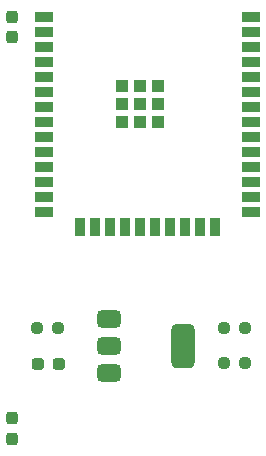
<source format=gtp>
G04 #@! TF.GenerationSoftware,KiCad,Pcbnew,8.0.0*
G04 #@! TF.CreationDate,2024-03-07T23:13:23+01:00*
G04 #@! TF.ProjectId,ESP32j1mmb,45535033-326a-4316-9d6d-622e6b696361,rev?*
G04 #@! TF.SameCoordinates,Original*
G04 #@! TF.FileFunction,Paste,Top*
G04 #@! TF.FilePolarity,Positive*
%FSLAX46Y46*%
G04 Gerber Fmt 4.6, Leading zero omitted, Abs format (unit mm)*
G04 Created by KiCad (PCBNEW 8.0.0) date 2024-03-07 23:13:23*
%MOMM*%
%LPD*%
G01*
G04 APERTURE LIST*
G04 Aperture macros list*
%AMRoundRect*
0 Rectangle with rounded corners*
0 $1 Rounding radius*
0 $2 $3 $4 $5 $6 $7 $8 $9 X,Y pos of 4 corners*
0 Add a 4 corners polygon primitive as box body*
4,1,4,$2,$3,$4,$5,$6,$7,$8,$9,$2,$3,0*
0 Add four circle primitives for the rounded corners*
1,1,$1+$1,$2,$3*
1,1,$1+$1,$4,$5*
1,1,$1+$1,$6,$7*
1,1,$1+$1,$8,$9*
0 Add four rect primitives between the rounded corners*
20,1,$1+$1,$2,$3,$4,$5,0*
20,1,$1+$1,$4,$5,$6,$7,0*
20,1,$1+$1,$6,$7,$8,$9,0*
20,1,$1+$1,$8,$9,$2,$3,0*%
G04 Aperture macros list end*
%ADD10RoundRect,0.375000X-0.625000X-0.375000X0.625000X-0.375000X0.625000X0.375000X-0.625000X0.375000X0*%
%ADD11RoundRect,0.500000X-0.500000X-1.400000X0.500000X-1.400000X0.500000X1.400000X-0.500000X1.400000X0*%
%ADD12R,1.500000X0.900000*%
%ADD13R,0.900000X1.500000*%
%ADD14R,1.050000X1.050000*%
%ADD15RoundRect,0.237500X-0.250000X-0.237500X0.250000X-0.237500X0.250000X0.237500X-0.250000X0.237500X0*%
%ADD16RoundRect,0.237500X0.237500X-0.300000X0.237500X0.300000X-0.237500X0.300000X-0.237500X-0.300000X0*%
%ADD17RoundRect,0.237500X0.287500X0.237500X-0.287500X0.237500X-0.287500X-0.237500X0.287500X-0.237500X0*%
G04 APERTURE END LIST*
D10*
X86700000Y-125200000D03*
X86700000Y-127500000D03*
D11*
X93000000Y-127500000D03*
D10*
X86700000Y-129800000D03*
D12*
X81250000Y-99690000D03*
X81250000Y-100960000D03*
X81250000Y-102230000D03*
X81250000Y-103500000D03*
X81250000Y-104770000D03*
X81250000Y-106040000D03*
X81250000Y-107310000D03*
X81250000Y-108580000D03*
X81250000Y-109850000D03*
X81250000Y-111120000D03*
X81250000Y-112390000D03*
X81250000Y-113660000D03*
X81250000Y-114930000D03*
X81250000Y-116200000D03*
D13*
X84290000Y-117450000D03*
X85560000Y-117450000D03*
X86830000Y-117450000D03*
X88100000Y-117450000D03*
X89370000Y-117450000D03*
X90640000Y-117450000D03*
X91910000Y-117450000D03*
X93180000Y-117450000D03*
X94450000Y-117450000D03*
X95720000Y-117450000D03*
D12*
X98750000Y-116200000D03*
X98750000Y-114930000D03*
X98750000Y-113660000D03*
X98750000Y-112390000D03*
X98750000Y-111120000D03*
X98750000Y-109850000D03*
X98750000Y-108580000D03*
X98750000Y-107310000D03*
X98750000Y-106040000D03*
X98750000Y-104770000D03*
X98750000Y-103500000D03*
X98750000Y-102230000D03*
X98750000Y-100960000D03*
X98750000Y-99690000D03*
D14*
X87795000Y-105505000D03*
X87795000Y-107030000D03*
X87795000Y-108555000D03*
X89320000Y-105505000D03*
X89320000Y-107030000D03*
X89320000Y-108555000D03*
X90845000Y-105505000D03*
X90845000Y-107030000D03*
X90845000Y-108555000D03*
D15*
X96437500Y-128912500D03*
X98262500Y-128912500D03*
D16*
X78500000Y-101362500D03*
X78500000Y-99637500D03*
D15*
X80587500Y-126000000D03*
X82412500Y-126000000D03*
D17*
X82455000Y-129000000D03*
X80705000Y-129000000D03*
D15*
X96437500Y-126000000D03*
X98262500Y-126000000D03*
D16*
X78500000Y-135362500D03*
X78500000Y-133637500D03*
M02*

</source>
